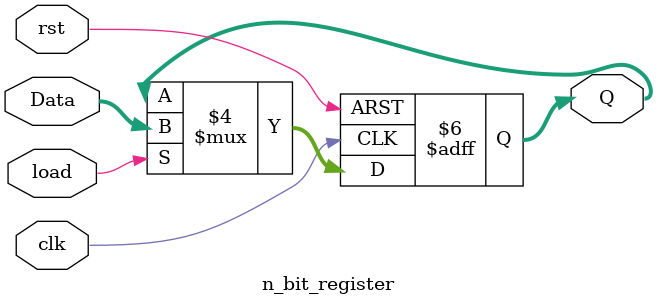
<source format=v>
`timescale 1ns / 1ps


module n_bit_register#(parameter N=32)(input clk,input rst,input load, input [N-1:0]Data,output reg [N-1:0] Q );


always@(posedge clk , posedge  rst)
begin
    if(rst==1)
        Q<='d0;
    else 
        begin 
           if(load==1)
               Q<=Data;
        end     
end
endmodule


</source>
